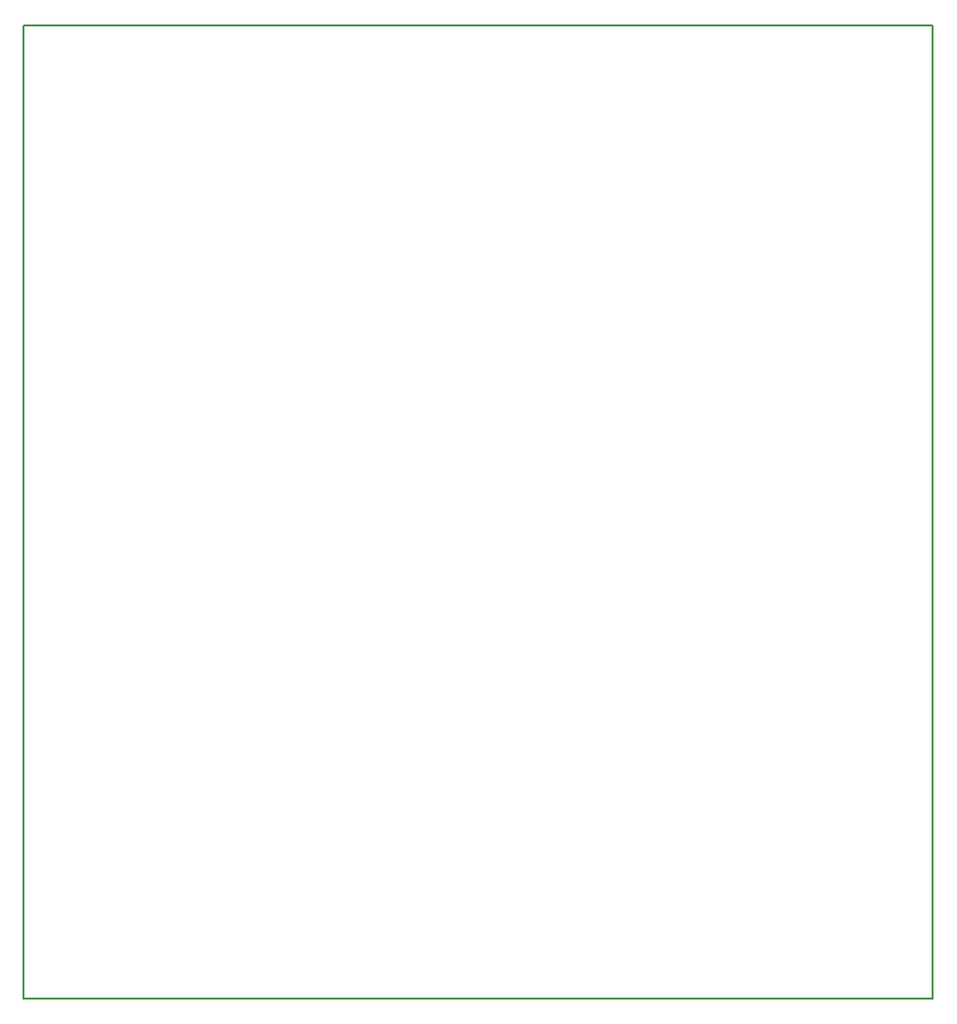
<source format=gbr>
G04 #@! TF.GenerationSoftware,KiCad,Pcbnew,(5.0.1)-rc2*
G04 #@! TF.CreationDate,2018-12-18T19:29:48-05:00*
G04 #@! TF.ProjectId,midi2cv,6D6964693263762E6B696361645F7063,rev?*
G04 #@! TF.SameCoordinates,Original*
G04 #@! TF.FileFunction,Profile,NP*
%FSLAX46Y46*%
G04 Gerber Fmt 4.6, Leading zero omitted, Abs format (unit mm)*
G04 Created by KiCad (PCBNEW (5.0.1)-rc2) date 12/18/2018 7:29:48 PM*
%MOMM*%
%LPD*%
G01*
G04 APERTURE LIST*
%ADD10C,0.200000*%
G04 APERTURE END LIST*
D10*
X204470000Y-43561000D02*
X125730000Y-43561000D01*
X204470000Y-127762000D02*
X204470000Y-43561000D01*
X125730000Y-127762000D02*
X204470000Y-127762000D01*
X125730000Y-43561000D02*
X125730000Y-127762000D01*
M02*

</source>
